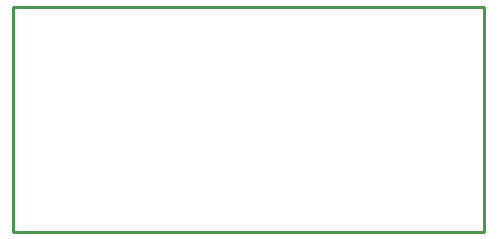
<source format=gko>
G04 ---------------------------- Layer name :KeepOutLayer *
G04 easyEDA 0.1*
G04 Scale: 100 percent, Rotated: No, Reflected: No *
G04 Dimensions in inches *
G04 leading zeros omitted , absolute positions ,2 integer and 4 * 
%FSLAX24Y24*%
%MOIN*%
G90*
G70D02*

%ADD10C,0.010000*%
G54D10*
G01X0Y14700D02*
G01X0Y15000D01*
G01X15700Y15000D01*
G01X15700Y7500D01*
G01X0Y7500D01*
G01X0Y14700D01*

%LPD*%
%LNVIA PAD TRACK COPPERAREA*%

M00*
M02*
</source>
